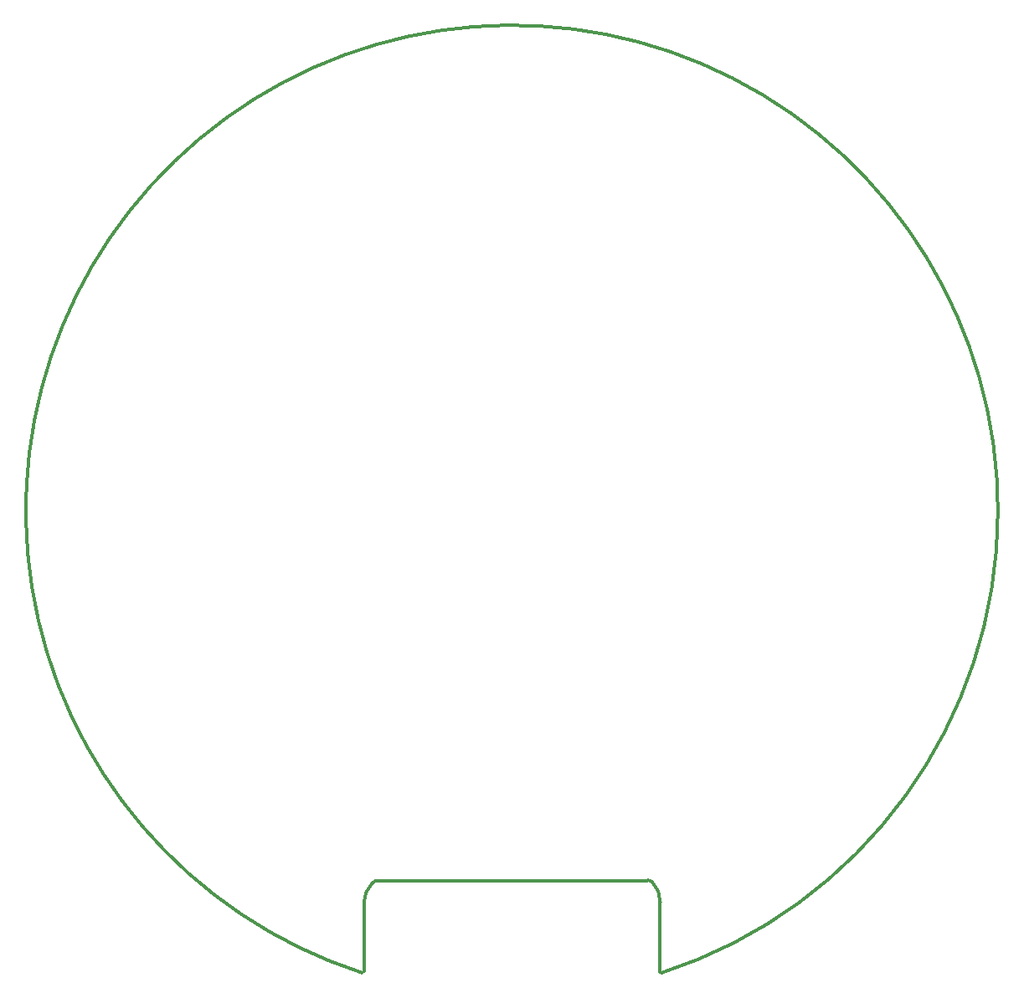
<source format=gko>
G04 Layer_Color=16720538*
%FSLAX24Y24*%
%MOIN*%
G70*
G01*
G75*
%ADD21C,0.0118*%
D21*
X29592Y5216D02*
G03*
X42972Y23622I-5970J18406D01*
G01*
D02*
G03*
X17652Y5216I-19350J0D01*
G01*
X17652D02*
G03*
X17729Y5272I18J56D01*
G01*
D02*
G03*
X17729Y5273I-59J0D01*
G01*
X18065Y8790D02*
G03*
X17729Y7978I812J-812D01*
G01*
X18309Y8891D02*
G03*
X18065Y8790I0J-344D01*
G01*
X29532Y5230D02*
G03*
X29592Y5216I42J42D01*
G01*
X29508Y5279D02*
G03*
X29525Y5237I59J0D01*
G01*
X29508Y5279D02*
G03*
X29525Y5237I59J0D01*
G01*
X29532Y5230D02*
G03*
X29592Y5216I42J42D01*
G01*
X29531Y8032D02*
G03*
X29195Y8844I-1148J0D01*
G01*
D02*
G03*
X29033Y8911I-162J-162D01*
G01*
X17729Y5272D02*
Y5273D01*
Y7978D01*
X18309Y8891D02*
X29009D01*
X29525Y5237D02*
X29532Y5230D01*
X29508Y5279D02*
Y8012D01*
M02*

</source>
